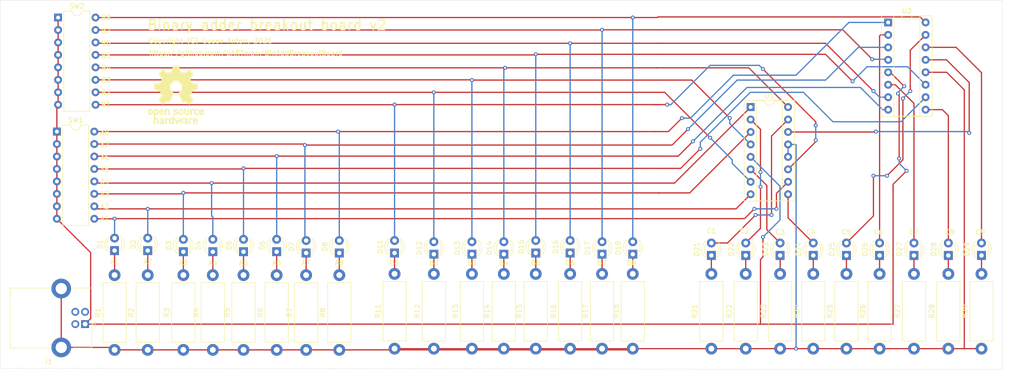
<source format=kicad_pcb>
(kicad_pcb (version 20171130) (host pcbnew "(5.1.9)-1")
  (layers (0 F.Cu signal) (31 B.Cu signal) (34 B.Paste user) (35 F.Paste user) (36 B.SilkS user) (37 F.SilkS user) (38 B.Mask user) (39 F.Mask user) (44 Edge.Cuts user))
  (net 0 "")
  (net 1 A1)
  (net 2 "Net-(D1-Pad1)")
  (net 3 A2)
  (net 4 "Net-(D2-Pad1)")
  (net 5 A3)
  (net 6 "Net-(D3-Pad1)")
  (net 7 A4)
  (net 8 "Net-(D4-Pad1)")
  (net 9 A5)
  (net 10 "Net-(D5-Pad1)")
  (net 11 A6)
  (net 12 "Net-(D6-Pad1)")
  (net 13 A7)
  (net 14 "Net-(D7-Pad1)")
  (net 15 A8)
  (net 16 "Net-(D8-Pad1)")
  (net 17 "Net-(D11-Pad1)")
  (net 18 B1)
  (net 19 "Net-(D12-Pad1)")
  (net 20 B2)
  (net 21 B3)
  (net 22 "Net-(D13-Pad1)")
  (net 23 B4)
  (net 24 "Net-(D14-Pad1)")
  (net 25 B5)
  (net 26 "Net-(D15-Pad1)")
  (net 27 "Net-(D16-Pad1)")
  (net 28 B6)
  (net 29 "Net-(D17-Pad1)")
  (net 30 B7)
  (net 31 "Net-(D18-Pad1)")
  (net 32 B8)
  (net 33 "Net-(D21-Pad1)")
  (net 34 C1)
  (net 35 "Net-(D22-Pad1)")
  (net 36 C2)
  (net 37 "Net-(D23-Pad1)")
  (net 38 C3)
  (net 39 "Net-(D24-Pad1)")
  (net 40 C4)
  (net 41 "Net-(D25-Pad1)")
  (net 42 C5)
  (net 43 "Net-(D26-Pad1)")
  (net 44 C6)
  (net 45 "Net-(D27-Pad1)")
  (net 46 C7)
  (net 47 "Net-(D28-Pad1)")
  (net 48 C8)
  (net 49 C9)
  (net 50 "Net-(D29-Pad1)")
  (net 51 +5V)
  (net 52 GND)
  (net 53 Carry)
  (module Symbol:OSHW-Logo_11.4x12mm_SilkScreen (layer F.Cu) (at 66.75 136.5)
    (fp_text reference REF** hide)
    (fp_text value OSHW-Logo_11.4x12mm_SilkScreen hide)
  )
  (module LED_THT:LED_D3.0mm (layer F.Cu) (at 54.25 168.25 90)
    (fp_text reference D1 (at 1.27 -2.96 90) (layer F.SilkS))
    (fp_text value LED)
    (pad 1 thru_hole rect (at 0 0 90) (size 1.8 1.8) (drill 0.9) (layers *.Cu *.Mask) (net 2 "Net-(D1-Pad1)"))
    (pad 2 thru_hole circle (at 2.54 0 90) (size 1.8 1.8) (drill 0.9) (layers *.Cu *.Mask) (net 1 A1))
  )
  (module LED_THT:LED_D3.0mm (layer F.Cu) (at 61 168.25 90)
    (fp_text reference D2 (at 1.27 -2.96 90) (layer F.SilkS))
    (fp_text value LED)
    (pad 1 thru_hole rect (at 0 0 90) (size 1.8 1.8) (drill 0.9) (layers *.Cu *.Mask) (net 4 "Net-(D2-Pad1)"))
    (pad 2 thru_hole circle (at 2.54 0 90) (size 1.8 1.8) (drill 0.9) (layers *.Cu *.Mask) (net 3 A2))
  )
  (module LED_THT:LED_D3.0mm (layer F.Cu) (at 68.25 168.5 90)
    (fp_text reference D3 (at 1.27 -2.96 90) (layer F.SilkS))
    (fp_text value LED)
    (pad 1 thru_hole rect (at 0 0 90) (size 1.8 1.8) (drill 0.9) (layers *.Cu *.Mask) (net 6 "Net-(D3-Pad1)"))
    (pad 2 thru_hole circle (at 2.54 0 90) (size 1.8 1.8) (drill 0.9) (layers *.Cu *.Mask) (net 5 A3))
  )
  (module LED_THT:LED_D3.0mm (layer F.Cu) (at 74.25 168.5 90)
    (fp_text reference D4 (at 1.27 -2.96 90) (layer F.SilkS))
    (fp_text value LED)
    (pad 1 thru_hole rect (at 0 0 90) (size 1.8 1.8) (drill 0.9) (layers *.Cu *.Mask) (net 8 "Net-(D4-Pad1)"))
    (pad 2 thru_hole circle (at 2.54 0 90) (size 1.8 1.8) (drill 0.9) (layers *.Cu *.Mask) (net 7 A4))
  )
  (module LED_THT:LED_D3.0mm (layer F.Cu) (at 80.5 168.5 90)
    (fp_text reference D5 (at 1.27 -2.96 90) (layer F.SilkS))
    (fp_text value LED)
    (pad 1 thru_hole rect (at 0 0 90) (size 1.8 1.8) (drill 0.9) (layers *.Cu *.Mask) (net 10 "Net-(D5-Pad1)"))
    (pad 2 thru_hole circle (at 2.54 0 90) (size 1.8 1.8) (drill 0.9) (layers *.Cu *.Mask) (net 9 A5))
  )
  (module LED_THT:LED_D3.0mm (layer F.Cu) (at 87.25 168.5 90)
    (fp_text reference D6 (at 1.27 -2.96 90) (layer F.SilkS))
    (fp_text value LED)
    (pad 1 thru_hole rect (at 0 0 90) (size 1.8 1.8) (drill 0.9) (layers *.Cu *.Mask) (net 12 "Net-(D6-Pad1)"))
    (pad 2 thru_hole circle (at 2.54 0 90) (size 1.8 1.8) (drill 0.9) (layers *.Cu *.Mask) (net 11 A6))
  )
  (module LED_THT:LED_D3.0mm (layer F.Cu) (at 93.25 168.75 90)
    (fp_text reference D7 (at 1.27 -2.96 90) (layer F.SilkS))
    (fp_text value LED)
    (pad 1 thru_hole rect (at 0 0 90) (size 1.8 1.8) (drill 0.9) (layers *.Cu *.Mask) (net 14 "Net-(D7-Pad1)"))
    (pad 2 thru_hole circle (at 2.54 0 90) (size 1.8 1.8) (drill 0.9) (layers *.Cu *.Mask) (net 13 A7))
  )
  (module LED_THT:LED_D3.0mm (layer F.Cu) (at 100 168.75 90)
    (fp_text reference D8 (at 1.27 -2.96 90) (layer F.SilkS))
    (fp_text value LED)
    (pad 1 thru_hole rect (at 0 0 90) (size 1.8 1.8) (drill 0.9) (layers *.Cu *.Mask) (net 16 "Net-(D8-Pad1)"))
    (pad 2 thru_hole circle (at 2.54 0 90) (size 1.8 1.8) (drill 0.9) (layers *.Cu *.Mask) (net 15 A8))
  )
  (module LED_THT:LED_D3.0mm (layer F.Cu) (at 111.25 168.75 90)
    (fp_text reference D11 (at 1.27 -2.96 90) (layer F.SilkS))
    (fp_text value LED)
    (pad 1 thru_hole rect (at 0 0 90) (size 1.8 1.8) (drill 0.9) (layers *.Cu *.Mask) (net 17 "Net-(D11-Pad1)"))
    (pad 2 thru_hole circle (at 2.54 0 90) (size 1.8 1.8) (drill 0.9) (layers *.Cu *.Mask) (net 18 B1))
  )
  (module LED_THT:LED_D3.0mm (layer F.Cu) (at 119.25 169 90)
    (fp_text reference D12 (at 1.27 -2.96 90) (layer F.SilkS))
    (fp_text value LED)
    (pad 1 thru_hole rect (at 0 0 90) (size 1.8 1.8) (drill 0.9) (layers *.Cu *.Mask) (net 19 "Net-(D12-Pad1)"))
    (pad 2 thru_hole circle (at 2.54 0 90) (size 1.8 1.8) (drill 0.9) (layers *.Cu *.Mask) (net 20 B2))
  )
  (module LED_THT:LED_D3.0mm (layer F.Cu) (at 127 169 90)
    (fp_text reference D13 (at 1.27 -2.96 90) (layer F.SilkS))
    (fp_text value LED)
    (pad 2 thru_hole circle (at 2.54 0 90) (size 1.8 1.8) (drill 0.9) (layers *.Cu *.Mask) (net 21 B3))
    (pad 1 thru_hole rect (at 0 0 90) (size 1.8 1.8) (drill 0.9) (layers *.Cu *.Mask) (net 22 "Net-(D13-Pad1)"))
  )
  (module LED_THT:LED_D3.0mm (layer F.Cu) (at 133.5 169 90)
    (fp_text reference D14 (at 1.27 -2.96 90) (layer F.SilkS))
    (fp_text value LED)
    (pad 2 thru_hole circle (at 2.54 0 90) (size 1.8 1.8) (drill 0.9) (layers *.Cu *.Mask) (net 23 B4))
    (pad 1 thru_hole rect (at 0 0 90) (size 1.8 1.8) (drill 0.9) (layers *.Cu *.Mask) (net 24 "Net-(D14-Pad1)"))
  )
  (module LED_THT:LED_D3.0mm (layer F.Cu) (at 140 168.75 90)
    (fp_text reference D15 (at 1.27 -2.96 90) (layer F.SilkS))
    (fp_text value LED)
    (pad 2 thru_hole circle (at 2.54 0 90) (size 1.8 1.8) (drill 0.9) (layers *.Cu *.Mask) (net 25 B5))
    (pad 1 thru_hole rect (at 0 0 90) (size 1.8 1.8) (drill 0.9) (layers *.Cu *.Mask) (net 26 "Net-(D15-Pad1)"))
  )
  (module LED_THT:LED_D3.0mm (layer F.Cu) (at 147 168.75 90)
    (fp_text reference D16 (at 1.27 -2.96 90) (layer F.SilkS))
    (fp_text value LED)
    (pad 1 thru_hole rect (at 0 0 90) (size 1.8 1.8) (drill 0.9) (layers *.Cu *.Mask) (net 27 "Net-(D16-Pad1)"))
    (pad 2 thru_hole circle (at 2.54 0 90) (size 1.8 1.8) (drill 0.9) (layers *.Cu *.Mask) (net 28 B6))
  )
  (module LED_THT:LED_D3.0mm (layer F.Cu) (at 153.5 169 90)
    (fp_text reference D17 (at 1.27 -2.96 90) (layer F.SilkS))
    (fp_text value LED)
    (pad 1 thru_hole rect (at 0 0 90) (size 1.8 1.8) (drill 0.9) (layers *.Cu *.Mask) (net 29 "Net-(D17-Pad1)"))
    (pad 2 thru_hole circle (at 2.54 0 90) (size 1.8 1.8) (drill 0.9) (layers *.Cu *.Mask) (net 30 B7))
  )
  (module LED_THT:LED_D3.0mm (layer F.Cu) (at 159.75 169 90)
    (fp_text reference D18 (at 1.27 -2.96 90) (layer F.SilkS))
    (fp_text value LED)
    (pad 1 thru_hole rect (at 0 0 90) (size 1.8 1.8) (drill 0.9) (layers *.Cu *.Mask) (net 31 "Net-(D18-Pad1)"))
    (pad 2 thru_hole circle (at 2.54 0 90) (size 1.8 1.8) (drill 0.9) (layers *.Cu *.Mask) (net 32 B8))
  )
  (module LED_THT:LED_D3.0mm (layer F.Cu) (at 175.75 169.25 90)
    (fp_text reference D21 (at 1.27 -2.96 90) (layer F.SilkS))
    (fp_text value LED)
    (pad 1 thru_hole rect (at 0 0 90) (size 1.8 1.8) (drill 0.9) (layers *.Cu *.Mask) (net 33 "Net-(D21-Pad1)"))
    (pad 2 thru_hole circle (at 2.54 0 90) (size 1.8 1.8) (drill 0.9) (layers *.Cu *.Mask) (net 34 C1))
  )
  (module LED_THT:LED_D3.0mm (layer F.Cu) (at 182.75 169.25 90)
    (fp_text reference D22 (at 1.27 -2.96 90) (layer F.SilkS))
    (fp_text value LED)
    (pad 1 thru_hole rect (at 0 0 90) (size 1.8 1.8) (drill 0.9) (layers *.Cu *.Mask) (net 35 "Net-(D22-Pad1)"))
    (pad 2 thru_hole circle (at 2.54 0 90) (size 1.8 1.8) (drill 0.9) (layers *.Cu *.Mask) (net 36 C2))
  )
  (module LED_THT:LED_D3.0mm (layer F.Cu) (at 189.75 169.25 90)
    (fp_text reference D23 (at 1.27 -2.96 90) (layer F.SilkS))
    (fp_text value LED)
    (pad 1 thru_hole rect (at 0 0 90) (size 1.8 1.8) (drill 0.9) (layers *.Cu *.Mask) (net 37 "Net-(D23-Pad1)"))
    (pad 2 thru_hole circle (at 2.54 0 90) (size 1.8 1.8) (drill 0.9) (layers *.Cu *.Mask) (net 38 C3))
  )
  (module LED_THT:LED_D3.0mm (layer F.Cu) (at 196.5 169.25 90)
    (fp_text reference D24 (at 1.27 -2.96 90) (layer F.SilkS))
    (fp_text value LED)
    (pad 1 thru_hole rect (at 0 0 90) (size 1.8 1.8) (drill 0.9) (layers *.Cu *.Mask) (net 39 "Net-(D24-Pad1)"))
    (pad 2 thru_hole circle (at 2.54 0 90) (size 1.8 1.8) (drill 0.9) (layers *.Cu *.Mask) (net 40 C4))
  )
  (module LED_THT:LED_D3.0mm (layer F.Cu) (at 203.25 169.25 90)
    (fp_text reference D25 (at 1.27 -2.96 90) (layer F.SilkS))
    (fp_text value LED)
    (pad 1 thru_hole rect (at 0 0 90) (size 1.8 1.8) (drill 0.9) (layers *.Cu *.Mask) (net 41 "Net-(D25-Pad1)"))
    (pad 2 thru_hole circle (at 2.54 0 90) (size 1.8 1.8) (drill 0.9) (layers *.Cu *.Mask) (net 42 C5))
  )
  (module LED_THT:LED_D3.0mm (layer F.Cu) (at 210 169.25 90)
    (fp_text reference D26 (at 1.27 -2.96 90) (layer F.SilkS))
    (fp_text value LED)
    (pad 1 thru_hole rect (at 0 0 90) (size 1.8 1.8) (drill 0.9) (layers *.Cu *.Mask) (net 43 "Net-(D26-Pad1)"))
    (pad 2 thru_hole circle (at 2.54 0 90) (size 1.8 1.8) (drill 0.9) (layers *.Cu *.Mask) (net 44 C6))
  )
  (module LED_THT:LED_D3.0mm (layer F.Cu) (at 217 169.25 90)
    (fp_text reference D27 (at 1.27 -2.96 90) (layer F.SilkS))
    (fp_text value LED)
    (pad 1 thru_hole rect (at 0 0 90) (size 1.8 1.8) (drill 0.9) (layers *.Cu *.Mask) (net 45 "Net-(D27-Pad1)"))
    (pad 2 thru_hole circle (at 2.54 0 90) (size 1.8 1.8) (drill 0.9) (layers *.Cu *.Mask) (net 46 C7))
  )
  (module LED_THT:LED_D3.0mm (layer F.Cu) (at 224 169.25 90)
    (fp_text reference D28 (at 1.27 -2.96 90) (layer F.SilkS))
    (fp_text value LED)
    (pad 1 thru_hole rect (at 0 0 90) (size 1.8 1.8) (drill 0.9) (layers *.Cu *.Mask) (net 47 "Net-(D28-Pad1)"))
    (pad 2 thru_hole circle (at 2.54 0 90) (size 1.8 1.8) (drill 0.9) (layers *.Cu *.Mask) (net 48 C8))
  )
  (module LED_THT:LED_D3.0mm (layer F.Cu) (at 230.75 169.25 90)
    (fp_text reference D29 (at 1.27 -2.96 90) (layer F.SilkS))
    (fp_text value LED)
    (pad 2 thru_hole circle (at 2.54 0 90) (size 1.8 1.8) (drill 0.9) (layers *.Cu *.Mask) (net 49 C9))
    (pad 1 thru_hole rect (at 0 0 90) (size 1.8 1.8) (drill 0.9) (layers *.Cu *.Mask) (net 50 "Net-(D29-Pad1)"))
  )
  (module Connector_USB:USB_B_Lumberg_2411_02_Horizontal (layer F.Cu) (at 48.25 183.25 180)
    (fp_text reference J1 (at 7.5 -7.65) (layer F.SilkS))
    (fp_text value USB_B_Micro)
    (pad 1 thru_hole rect (at 0 0 270) (size 1.6 1.6) (drill 0.95) (layers *.Cu *.Mask) (net 51 +5V))
    (pad 2 thru_hole circle (at 0 2.5 270) (size 1.6 1.6) (drill 0.95) (layers *.Cu *.Mask))
    (pad 3 thru_hole circle (at 2 2.5 270) (size 1.6 1.6) (drill 0.95) (layers *.Cu *.Mask))
    (pad 4 thru_hole circle (at 2 0 270) (size 1.6 1.6) (drill 0.95) (layers *.Cu *.Mask))
    (pad 5 thru_hole circle (at 4.86 7.25 270) (size 4 4) (drill 2.3) (layers *.Cu *.Mask) (net 52 GND))
    (pad 5 thru_hole circle (at 4.86 -4.75 270) (size 4 4) (drill 2.3) (layers *.Cu *.Mask) (net 52 GND))
  )
  (module Resistor_THT:R_Axial_DIN0414_L11.9mm_D4.5mm_P15.24mm_Horizontal (layer F.Cu) (at 54.25 188.5 90)
    (fp_text reference R1 (at 7.62 -3.37 90) (layer F.SilkS))
    (fp_text value 1K)
    (pad 1 thru_hole circle (at 0 0 90) (size 2.4 2.4) (drill 1.2) (layers *.Cu *.Mask) (net 52 GND))
    (pad 2 thru_hole oval (at 15.24 0 90) (size 2.4 2.4) (drill 1.2) (layers *.Cu *.Mask) (net 2 "Net-(D1-Pad1)"))
  )
  (module Resistor_THT:R_Axial_DIN0414_L11.9mm_D4.5mm_P15.24mm_Horizontal (layer F.Cu) (at 61 188.5 90)
    (fp_text reference R2 (at 7.62 -3.37 90) (layer F.SilkS))
    (fp_text value 1K)
    (pad 1 thru_hole circle (at 0 0 90) (size 2.4 2.4) (drill 1.2) (layers *.Cu *.Mask) (net 52 GND))
    (pad 2 thru_hole oval (at 15.24 0 90) (size 2.4 2.4) (drill 1.2) (layers *.Cu *.Mask) (net 4 "Net-(D2-Pad1)"))
  )
  (module Resistor_THT:R_Axial_DIN0414_L11.9mm_D4.5mm_P15.24mm_Horizontal (layer F.Cu) (at 68.25 188.5 90)
    (fp_text reference R3 (at 7.62 -3.37 90) (layer F.SilkS))
    (fp_text value 1K)
    (pad 2 thru_hole oval (at 15.24 0 90) (size 2.4 2.4) (drill 1.2) (layers *.Cu *.Mask) (net 6 "Net-(D3-Pad1)"))
    (pad 1 thru_hole circle (at 0 0 90) (size 2.4 2.4) (drill 1.2) (layers *.Cu *.Mask) (net 52 GND))
  )
  (module Resistor_THT:R_Axial_DIN0414_L11.9mm_D4.5mm_P15.24mm_Horizontal (layer F.Cu) (at 74.25 188.5 90)
    (fp_text reference R4 (at 7.62 -3.37 90) (layer F.SilkS))
    (fp_text value 1K)
    (pad 2 thru_hole oval (at 15.24 0 90) (size 2.4 2.4) (drill 1.2) (layers *.Cu *.Mask) (net 8 "Net-(D4-Pad1)"))
    (pad 1 thru_hole circle (at 0 0 90) (size 2.4 2.4) (drill 1.2) (layers *.Cu *.Mask) (net 52 GND))
  )
  (module Resistor_THT:R_Axial_DIN0414_L11.9mm_D4.5mm_P15.24mm_Horizontal (layer F.Cu) (at 80.5 188.5 90)
    (fp_text reference R5 (at 7.62 -3.37 90) (layer F.SilkS))
    (fp_text value 1K)
    (pad 2 thru_hole oval (at 15.24 0 90) (size 2.4 2.4) (drill 1.2) (layers *.Cu *.Mask) (net 10 "Net-(D5-Pad1)"))
    (pad 1 thru_hole circle (at 0 0 90) (size 2.4 2.4) (drill 1.2) (layers *.Cu *.Mask) (net 52 GND))
  )
  (module Resistor_THT:R_Axial_DIN0414_L11.9mm_D4.5mm_P15.24mm_Horizontal (layer F.Cu) (at 87.25 188.5 90)
    (fp_text reference R6 (at 7.62 -3.37 90) (layer F.SilkS))
    (fp_text value 1K)
    (pad 2 thru_hole oval (at 15.24 0 90) (size 2.4 2.4) (drill 1.2) (layers *.Cu *.Mask) (net 12 "Net-(D6-Pad1)"))
    (pad 1 thru_hole circle (at 0 0 90) (size 2.4 2.4) (drill 1.2) (layers *.Cu *.Mask) (net 52 GND))
  )
  (module Resistor_THT:R_Axial_DIN0414_L11.9mm_D4.5mm_P15.24mm_Horizontal (layer F.Cu) (at 93.25 188.5 90)
    (fp_text reference R7 (at 7.62 -3.37 90) (layer F.SilkS))
    (fp_text value 1K)
    (pad 1 thru_hole circle (at 0 0 90) (size 2.4 2.4) (drill 1.2) (layers *.Cu *.Mask) (net 52 GND))
    (pad 2 thru_hole oval (at 15.24 0 90) (size 2.4 2.4) (drill 1.2) (layers *.Cu *.Mask) (net 14 "Net-(D7-Pad1)"))
  )
  (module Resistor_THT:R_Axial_DIN0414_L11.9mm_D4.5mm_P15.24mm_Horizontal (layer F.Cu) (at 100 188.5 90)
    (fp_text reference R8 (at 7.62 -3.37 90) (layer F.SilkS))
    (fp_text value 1K)
    (pad 1 thru_hole circle (at 0 0 90) (size 2.4 2.4) (drill 1.2) (layers *.Cu *.Mask) (net 52 GND))
    (pad 2 thru_hole oval (at 15.24 0 90) (size 2.4 2.4) (drill 1.2) (layers *.Cu *.Mask) (net 16 "Net-(D8-Pad1)"))
  )
  (module Resistor_THT:R_Axial_DIN0414_L11.9mm_D4.5mm_P15.24mm_Horizontal (layer F.Cu) (at 111.25 188.25 90)
    (fp_text reference R11 (at 7.62 -3.37 90) (layer F.SilkS))
    (fp_text value 1K)
    (pad 2 thru_hole oval (at 15.24 0 90) (size 2.4 2.4) (drill 1.2) (layers *.Cu *.Mask) (net 17 "Net-(D11-Pad1)"))
    (pad 1 thru_hole circle (at 0 0 90) (size 2.4 2.4) (drill 1.2) (layers *.Cu *.Mask) (net 52 GND))
  )
  (module Resistor_THT:R_Axial_DIN0414_L11.9mm_D4.5mm_P15.24mm_Horizontal (layer F.Cu) (at 119.25 188.25 90)
    (fp_text reference R12 (at 7.62 -3.37 90) (layer F.SilkS))
    (fp_text value 1K)
    (pad 2 thru_hole oval (at 15.24 0 90) (size 2.4 2.4) (drill 1.2) (layers *.Cu *.Mask) (net 19 "Net-(D12-Pad1)"))
    (pad 1 thru_hole circle (at 0 0 90) (size 2.4 2.4) (drill 1.2) (layers *.Cu *.Mask) (net 52 GND))
  )
  (module Resistor_THT:R_Axial_DIN0414_L11.9mm_D4.5mm_P15.24mm_Horizontal (layer F.Cu) (at 127 188.25 90)
    (fp_text reference R13 (at 7.62 -3.37 90) (layer F.SilkS))
    (fp_text value 1K)
    (pad 1 thru_hole circle (at 0 0 90) (size 2.4 2.4) (drill 1.2) (layers *.Cu *.Mask) (net 52 GND))
    (pad 2 thru_hole oval (at 15.24 0 90) (size 2.4 2.4) (drill 1.2) (layers *.Cu *.Mask) (net 22 "Net-(D13-Pad1)"))
  )
  (module Resistor_THT:R_Axial_DIN0414_L11.9mm_D4.5mm_P15.24mm_Horizontal (layer F.Cu) (at 133.5 188.25 90)
    (fp_text reference R14 (at 7.62 -3.37 90) (layer F.SilkS))
    (fp_text value 1K)
    (pad 1 thru_hole circle (at 0 0 90) (size 2.4 2.4) (drill 1.2) (layers *.Cu *.Mask) (net 52 GND))
    (pad 2 thru_hole oval (at 15.24 0 90) (size 2.4 2.4) (drill 1.2) (layers *.Cu *.Mask) (net 24 "Net-(D14-Pad1)"))
  )
  (module Resistor_THT:R_Axial_DIN0414_L11.9mm_D4.5mm_P15.24mm_Horizontal (layer F.Cu) (at 140 188.25 90)
    (fp_text reference R15 (at 7.62 -3.37 90) (layer F.SilkS))
    (fp_text value 1K)
    (pad 1 thru_hole circle (at 0 0 90) (size 2.4 2.4) (drill 1.2) (layers *.Cu *.Mask) (net 52 GND))
    (pad 2 thru_hole oval (at 15.24 0 90) (size 2.4 2.4) (drill 1.2) (layers *.Cu *.Mask) (net 26 "Net-(D15-Pad1)"))
  )
  (module Resistor_THT:R_Axial_DIN0414_L11.9mm_D4.5mm_P15.24mm_Horizontal (layer F.Cu) (at 147 188.25 90)
    (fp_text reference R16 (at 7.62 -3.37 90) (layer F.SilkS))
    (fp_text value 1K)
    (pad 2 thru_hole oval (at 15.24 0 90) (size 2.4 2.4) (drill 1.2) (layers *.Cu *.Mask) (net 27 "Net-(D16-Pad1)"))
    (pad 1 thru_hole circle (at 0 0 90) (size 2.4 2.4) (drill 1.2) (layers *.Cu *.Mask) (net 52 GND))
  )
  (module Resistor_THT:R_Axial_DIN0414_L11.9mm_D4.5mm_P15.24mm_Horizontal (layer F.Cu) (at 153.5 188.25 90)
    (fp_text reference R17 (at 7.62 -3.37 90) (layer F.SilkS))
    (fp_text value 1K)
    (pad 2 thru_hole oval (at 15.24 0 90) (size 2.4 2.4) (drill 1.2) (layers *.Cu *.Mask) (net 29 "Net-(D17-Pad1)"))
    (pad 1 thru_hole circle (at 0 0 90) (size 2.4 2.4) (drill 1.2) (layers *.Cu *.Mask) (net 52 GND))
  )
  (module Resistor_THT:R_Axial_DIN0414_L11.9mm_D4.5mm_P15.24mm_Horizontal (layer F.Cu) (at 159.75 188.25 90)
    (fp_text reference R18 (at 7.62 -3.37 90) (layer F.SilkS))
    (fp_text value 1K)
    (pad 2 thru_hole oval (at 15.24 0 90) (size 2.4 2.4) (drill 1.2) (layers *.Cu *.Mask) (net 31 "Net-(D18-Pad1)"))
    (pad 1 thru_hole circle (at 0 0 90) (size 2.4 2.4) (drill 1.2) (layers *.Cu *.Mask) (net 52 GND))
  )
  (module Resistor_THT:R_Axial_DIN0414_L11.9mm_D4.5mm_P15.24mm_Horizontal (layer F.Cu) (at 175.75 188.25 90)
    (fp_text reference R21 (at 7.62 -3.37 90) (layer F.SilkS))
    (fp_text value 1K)
    (pad 2 thru_hole oval (at 15.24 0 90) (size 2.4 2.4) (drill 1.2) (layers *.Cu *.Mask) (net 33 "Net-(D21-Pad1)"))
    (pad 1 thru_hole circle (at 0 0 90) (size 2.4 2.4) (drill 1.2) (layers *.Cu *.Mask) (net 52 GND))
  )
  (module Resistor_THT:R_Axial_DIN0414_L11.9mm_D4.5mm_P15.24mm_Horizontal (layer F.Cu) (at 182.75 188.25 90)
    (fp_text reference R22 (at 7.62 -3.37 90) (layer F.SilkS))
    (fp_text value 1K)
    (pad 1 thru_hole circle (at 0 0 90) (size 2.4 2.4) (drill 1.2) (layers *.Cu *.Mask) (net 52 GND))
    (pad 2 thru_hole oval (at 15.24 0 90) (size 2.4 2.4) (drill 1.2) (layers *.Cu *.Mask) (net 35 "Net-(D22-Pad1)"))
  )
  (module Resistor_THT:R_Axial_DIN0414_L11.9mm_D4.5mm_P15.24mm_Horizontal (layer F.Cu) (at 189.75 188.25 90)
    (fp_text reference R23 (at 7.62 -3.37 90) (layer F.SilkS))
    (fp_text value 1K)
    (pad 2 thru_hole oval (at 15.24 0 90) (size 2.4 2.4) (drill 1.2) (layers *.Cu *.Mask) (net 37 "Net-(D23-Pad1)"))
    (pad 1 thru_hole circle (at 0 0 90) (size 2.4 2.4) (drill 1.2) (layers *.Cu *.Mask) (net 52 GND))
  )
  (module Resistor_THT:R_Axial_DIN0414_L11.9mm_D4.5mm_P15.24mm_Horizontal (layer F.Cu) (at 196.5 188.25 90)
    (fp_text reference R24 (at 7.62 -3.37 90) (layer F.SilkS))
    (fp_text value 1K)
    (pad 2 thru_hole oval (at 15.24 0 90) (size 2.4 2.4) (drill 1.2) (layers *.Cu *.Mask) (net 39 "Net-(D24-Pad1)"))
    (pad 1 thru_hole circle (at 0 0 90) (size 2.4 2.4) (drill 1.2) (layers *.Cu *.Mask) (net 52 GND))
  )
  (module Resistor_THT:R_Axial_DIN0414_L11.9mm_D4.5mm_P15.24mm_Horizontal (layer F.Cu) (at 203.25 188.25 90)
    (fp_text reference R25 (at 7.62 -3.37 90) (layer F.SilkS))
    (fp_text value 1K)
    (pad 1 thru_hole circle (at 0 0 90) (size 2.4 2.4) (drill 1.2) (layers *.Cu *.Mask) (net 52 GND))
    (pad 2 thru_hole oval (at 15.24 0 90) (size 2.4 2.4) (drill 1.2) (layers *.Cu *.Mask) (net 41 "Net-(D25-Pad1)"))
  )
  (module Resistor_THT:R_Axial_DIN0414_L11.9mm_D4.5mm_P15.24mm_Horizontal (layer F.Cu) (at 210 188.25 90)
    (fp_text reference R26 (at 7.62 -3.37 90) (layer F.SilkS))
    (fp_text value 1K)
    (pad 1 thru_hole circle (at 0 0 90) (size 2.4 2.4) (drill 1.2) (layers *.Cu *.Mask) (net 52 GND))
    (pad 2 thru_hole oval (at 15.24 0 90) (size 2.4 2.4) (drill 1.2) (layers *.Cu *.Mask) (net 43 "Net-(D26-Pad1)"))
  )
  (module Resistor_THT:R_Axial_DIN0414_L11.9mm_D4.5mm_P15.24mm_Horizontal (layer F.Cu) (at 217 188.25 90)
    (fp_text reference R27 (at 7.62 -3.37 90) (layer F.SilkS))
    (fp_text value 1K)
    (pad 1 thru_hole circle (at 0 0 90) (size 2.4 2.4) (drill 1.2) (layers *.Cu *.Mask) (net 52 GND))
    (pad 2 thru_hole oval (at 15.24 0 90) (size 2.4 2.4) (drill 1.2) (layers *.Cu *.Mask) (net 45 "Net-(D27-Pad1)"))
  )
  (module Resistor_THT:R_Axial_DIN0414_L11.9mm_D4.5mm_P15.24mm_Horizontal (layer F.Cu) (at 224 188.25 90)
    (fp_text reference R28 (at 7.62 -3.37 90) (layer F.SilkS))
    (fp_text value 1K)
    (pad 1 thru_hole circle (at 0 0 90) (size 2.4 2.4) (drill 1.2) (layers *.Cu *.Mask) (net 52 GND))
    (pad 2 thru_hole oval (at 15.24 0 90) (size 2.4 2.4) (drill 1.2) (layers *.Cu *.Mask) (net 47 "Net-(D28-Pad1)"))
  )
  (module Resistor_THT:R_Axial_DIN0414_L11.9mm_D4.5mm_P15.24mm_Horizontal (layer F.Cu) (at 230.75 188.25 90)
    (fp_text reference R29 (at 7.62 -3.37 90) (layer F.SilkS))
    (fp_text value 1K)
    (pad 1 thru_hole circle (at 0 0 90) (size 2.4 2.4) (drill 1.2) (layers *.Cu *.Mask) (net 52 GND))
    (pad 2 thru_hole oval (at 15.24 0 90) (size 2.4 2.4) (drill 1.2) (layers *.Cu *.Mask) (net 50 "Net-(D29-Pad1)"))
  )
  (module Package_DIP:DIP-16_W7.62mm (layer F.Cu) (at 42.5 144)
    (fp_text reference SW1 (at 3.81 -2.33) (layer F.SilkS))
    (fp_text value SW_DIP_x08)
    (pad 1 thru_hole rect (at 0 0) (size 1.6 1.6) (drill 0.8) (layers *.Cu *.Mask) (net 51 +5V))
    (pad 9 thru_hole oval (at 7.62 17.78) (size 1.6 1.6) (drill 0.8) (layers *.Cu *.Mask) (net 1 A1))
    (pad 2 thru_hole oval (at 0 2.54) (size 1.6 1.6) (drill 0.8) (layers *.Cu *.Mask) (net 51 +5V))
    (pad 10 thru_hole oval (at 7.62 15.24) (size 1.6 1.6) (drill 0.8) (layers *.Cu *.Mask) (net 3 A2))
    (pad 3 thru_hole oval (at 0 5.08) (size 1.6 1.6) (drill 0.8) (layers *.Cu *.Mask) (net 51 +5V))
    (pad 11 thru_hole oval (at 7.62 12.7) (size 1.6 1.6) (drill 0.8) (layers *.Cu *.Mask) (net 5 A3))
    (pad 4 thru_hole oval (at 0 7.62) (size 1.6 1.6) (drill 0.8) (layers *.Cu *.Mask) (net 51 +5V))
    (pad 12 thru_hole oval (at 7.62 10.16) (size 1.6 1.6) (drill 0.8) (layers *.Cu *.Mask) (net 7 A4))
    (pad 5 thru_hole oval (at 0 10.16) (size 1.6 1.6) (drill 0.8) (layers *.Cu *.Mask) (net 51 +5V))
    (pad 13 thru_hole oval (at 7.62 7.62) (size 1.6 1.6) (drill 0.8) (layers *.Cu *.Mask) (net 9 A5))
    (pad 6 thru_hole oval (at 0 12.7) (size 1.6 1.6) (drill 0.8) (layers *.Cu *.Mask) (net 51 +5V))
    (pad 14 thru_hole oval (at 7.62 5.08) (size 1.6 1.6) (drill 0.8) (layers *.Cu *.Mask) (net 11 A6))
    (pad 7 thru_hole oval (at 0 15.24) (size 1.6 1.6) (drill 0.8) (layers *.Cu *.Mask) (net 51 +5V))
    (pad 15 thru_hole oval (at 7.62 2.54) (size 1.6 1.6) (drill 0.8) (layers *.Cu *.Mask) (net 13 A7))
    (pad 8 thru_hole oval (at 0 17.78) (size 1.6 1.6) (drill 0.8) (layers *.Cu *.Mask) (net 51 +5V))
    (pad 16 thru_hole oval (at 7.62 0) (size 1.6 1.6) (drill 0.8) (layers *.Cu *.Mask) (net 15 A8))
  )
  (module Package_DIP:DIP-16_W7.62mm (layer F.Cu) (at 42.75 120.75)
    (fp_text reference SW2 (at 3.81 -2.33) (layer F.SilkS))
    (fp_text value SW_DIP_x08)
    (pad 16 thru_hole oval (at 7.62 0) (size 1.6 1.6) (drill 0.8) (layers *.Cu *.Mask) (net 32 B8))
    (pad 8 thru_hole oval (at 0 17.78) (size 1.6 1.6) (drill 0.8) (layers *.Cu *.Mask) (net 51 +5V))
    (pad 15 thru_hole oval (at 7.62 2.54) (size 1.6 1.6) (drill 0.8) (layers *.Cu *.Mask) (net 30 B7))
    (pad 7 thru_hole oval (at 0 15.24) (size 1.6 1.6) (drill 0.8) (layers *.Cu *.Mask) (net 51 +5V))
    (pad 14 thru_hole oval (at 7.62 5.08) (size 1.6 1.6) (drill 0.8) (layers *.Cu *.Mask) (net 28 B6))
    (pad 6 thru_hole oval (at 0 12.7) (size 1.6 1.6) (drill 0.8) (layers *.Cu *.Mask) (net 51 +5V))
    (pad 13 thru_hole oval (at 7.62 7.62) (size 1.6 1.6) (drill 0.8) (layers *.Cu *.Mask) (net 25 B5))
    (pad 5 thru_hole oval (at 0 10.16) (size 1.6 1.6) (drill 0.8) (layers *.Cu *.Mask) (net 51 +5V))
    (pad 12 thru_hole oval (at 7.62 10.16) (size 1.6 1.6) (drill 0.8) (layers *.Cu *.Mask) (net 23 B4))
    (pad 4 thru_hole oval (at 0 7.62) (size 1.6 1.6) (drill 0.8) (layers *.Cu *.Mask) (net 51 +5V))
    (pad 11 thru_hole oval (at 7.62 12.7) (size 1.6 1.6) (drill 0.8) (layers *.Cu *.Mask) (net 21 B3))
    (pad 3 thru_hole oval (at 0 5.08) (size 1.6 1.6) (drill 0.8) (layers *.Cu *.Mask) (net 51 +5V))
    (pad 10 thru_hole oval (at 7.62 15.24) (size 1.6 1.6) (drill 0.8) (layers *.Cu *.Mask) (net 20 B2))
    (pad 2 thru_hole oval (at 0 2.54) (size 1.6 1.6) (drill 0.8) (layers *.Cu *.Mask) (net 51 +5V))
    (pad 9 thru_hole oval (at 7.62 17.78) (size 1.6 1.6) (drill 0.8) (layers *.Cu *.Mask) (net 18 B1))
    (pad 1 thru_hole rect (at 0 0) (size 1.6 1.6) (drill 0.8) (layers *.Cu *.Mask) (net 51 +5V))
  )
  (module Package_DIP:DIP-16_W7.62mm_Socket (layer F.Cu) (at 183.75 139)
    (fp_text reference U1 (at 3.81 -2.33) (layer F.SilkS))
    (fp_text value 74LS83)
    (pad 16 thru_hole oval (at 7.62 0) (size 1.6 1.6) (drill 0.8) (layers *.Cu *.Mask) (net 23 B4))
    (pad 8 thru_hole oval (at 0 17.78) (size 1.6 1.6) (drill 0.8) (layers *.Cu *.Mask) (net 3 A2))
    (pad 15 thru_hole oval (at 7.62 2.54) (size 1.6 1.6) (drill 0.8) (layers *.Cu *.Mask) (net 34 C1))
    (pad 7 thru_hole oval (at 0 15.24) (size 1.6 1.6) (drill 0.8) (layers *.Cu *.Mask) (net 20 B2))
    (pad 14 thru_hole oval (at 7.62 5.08) (size 1.6 1.6) (drill 0.8) (layers *.Cu *.Mask) (net 53 Carry))
    (pad 6 thru_hole oval (at 0 12.7) (size 1.6 1.6) (drill 0.8) (layers *.Cu *.Mask) (net 38 C3))
    (pad 13 thru_hole oval (at 7.62 7.62) (size 1.6 1.6) (drill 0.8) (layers *.Cu *.Mask) (net 52 GND))
    (pad 5 thru_hole oval (at 0 10.16) (size 1.6 1.6) (drill 0.8) (layers *.Cu *.Mask) (net 51 +5V))
    (pad 12 thru_hole oval (at 7.62 10.16) (size 1.6 1.6) (drill 0.8) (layers *.Cu *.Mask) (net 52 GND))
    (pad 4 thru_hole oval (at 0 7.62) (size 1.6 1.6) (drill 0.8) (layers *.Cu *.Mask) (net 21 B3))
    (pad 11 thru_hole oval (at 7.62 12.7) (size 1.6 1.6) (drill 0.8) (layers *.Cu *.Mask) (net 18 B1))
    (pad 3 thru_hole oval (at 0 5.08) (size 1.6 1.6) (drill 0.8) (layers *.Cu *.Mask) (net 5 A3))
    (pad 10 thru_hole oval (at 7.62 15.24) (size 1.6 1.6) (drill 0.8) (layers *.Cu *.Mask) (net 1 A1))
    (pad 2 thru_hole oval (at 0 2.54) (size 1.6 1.6) (drill 0.8) (layers *.Cu *.Mask) (net 36 C2))
    (pad 9 thru_hole oval (at 7.62 17.78) (size 1.6 1.6) (drill 0.8) (layers *.Cu *.Mask) (net 40 C4))
    (pad 1 thru_hole rect (at 0 0) (size 1.6 1.6) (drill 0.8) (layers *.Cu *.Mask) (net 7 A4))
  )
  (module Package_DIP:DIP-16_W7.62mm_Socket (layer F.Cu) (at 211.75 121.75)
    (fp_text reference U2 (at 3.81 -2.33) (layer F.SilkS))
    (fp_text value 74LS83)
    (pad 1 thru_hole rect (at 0 0) (size 1.6 1.6) (drill 0.8) (layers *.Cu *.Mask) (net 15 A8))
    (pad 9 thru_hole oval (at 7.62 17.78) (size 1.6 1.6) (drill 0.8) (layers *.Cu *.Mask) (net 48 C8))
    (pad 2 thru_hole oval (at 0 2.54) (size 1.6 1.6) (drill 0.8) (layers *.Cu *.Mask) (net 44 C6))
    (pad 10 thru_hole oval (at 7.62 15.24) (size 1.6 1.6) (drill 0.8) (layers *.Cu *.Mask) (net 9 A5))
    (pad 3 thru_hole oval (at 0 5.08) (size 1.6 1.6) (drill 0.8) (layers *.Cu *.Mask) (net 13 A7))
    (pad 11 thru_hole oval (at 7.62 12.7) (size 1.6 1.6) (drill 0.8) (layers *.Cu *.Mask) (net 25 B5))
    (pad 4 thru_hole oval (at 0 7.62) (size 1.6 1.6) (drill 0.8) (layers *.Cu *.Mask) (net 30 B7))
    (pad 12 thru_hole oval (at 7.62 10.16) (size 1.6 1.6) (drill 0.8) (layers *.Cu *.Mask) (net 52 GND))
    (pad 5 thru_hole oval (at 0 10.16) (size 1.6 1.6) (drill 0.8) (layers *.Cu *.Mask) (net 51 +5V))
    (pad 13 thru_hole oval (at 7.62 7.62) (size 1.6 1.6) (drill 0.8) (layers *.Cu *.Mask) (net 53 Carry))
    (pad 6 thru_hole oval (at 0 12.7) (size 1.6 1.6) (drill 0.8) (layers *.Cu *.Mask) (net 46 C7))
    (pad 14 thru_hole oval (at 7.62 5.08) (size 1.6 1.6) (drill 0.8) (layers *.Cu *.Mask) (net 49 C9))
    (pad 7 thru_hole oval (at 0 15.24) (size 1.6 1.6) (drill 0.8) (layers *.Cu *.Mask) (net 28 B6))
    (pad 15 thru_hole oval (at 7.62 2.54) (size 1.6 1.6) (drill 0.8) (layers *.Cu *.Mask) (net 42 C5))
    (pad 8 thru_hole oval (at 0 17.78) (size 1.6 1.6) (drill 0.8) (layers *.Cu *.Mask) (net 11 A6))
    (pad 16 thru_hole oval (at 7.62 0) (size 1.6 1.6) (drill 0.8) (layers *.Cu *.Mask) (net 32 B8))
  )
  (gr_text https://github.com/UARTman/BinAddBreakoutBoard (at 81 128) (layer F.SilkS) (effects (font (size 1 1))))
  (gr_text "Copyright (C) Gusev Anton, 2021" (at 73.75 125.5) (layer F.SilkS) (effects (font (size 1 1))))
  (gr_text "Binary adder breakout board v2" (at 85.25 122.25) (layer F.SilkS) (effects (font (size 2 2) (thickness 0.3))))
  (gr_line (start 235 117.25) (end 31 117.25) (layer Edge.Cuts) (width 0.05))
  (gr_line (start 235 192.5) (end 235 117.25) (layer Edge.Cuts) (width 0.05))
  (gr_line (start 31 192.25) (end 235 192.5) (layer Edge.Cuts) (width 0.05))
  (gr_line (start 31 117.25) (end 31 192.25) (layer Edge.Cuts) (width 0.05))
  (gr_text C9 (at 230.5 164.5) (layer F.SilkS) (effects (font (size 1 1))))
  (gr_text C8 (at 224.25 164.5) (layer F.SilkS) (effects (font (size 1 1))))
  (gr_text C7 (at 217 164.5) (layer F.SilkS) (effects (font (size 1 1))))
  (gr_text C6 (at 209.75 164.5) (layer F.SilkS) (effects (font (size 1 1))))
  (gr_text C5 (at 203.25 164.5) (layer F.SilkS) (effects (font (size 1 1))))
  (gr_text C4 (at 196 164.5) (layer F.SilkS) (effects (font (size 1 1))))
  (gr_text C3 (at 189.75 164.5) (layer F.SilkS) (effects (font (size 1 1))))
  (gr_text C2 (at 182.5 164.25) (layer F.SilkS) (effects (font (size 1 1))))
  (gr_text C1 (at 175.75 164.25) (layer F.SilkS) (effects (font (size 1 1))))
  (gr_text B8 (at 159.5 170.75) (layer F.SilkS) (effects (font (size 1 1))))
  (gr_text B7 (at 153.5 170.75) (layer F.SilkS) (effects (font (size 1 1))))
  (gr_text B6 (at 147 170.75) (layer F.SilkS) (effects (font (size 1 1))))
  (gr_text B5 (at 140 170.75) (layer F.SilkS) (effects (font (size 1 1))))
  (gr_text B4 (at 133.5 170.75) (layer F.SilkS) (effects (font (size 1 1))))
  (gr_text B8 (at 52.5 120.75) (layer F.SilkS) (effects (font (size 1 1))))
  (gr_text B7 (at 52.5 123.5) (layer F.SilkS) (effects (font (size 1 1))))
  (gr_text B6 (at 52.5 126) (layer F.SilkS) (effects (font (size 1 1))))
  (gr_text B5 (at 52.5 128.5) (layer F.SilkS) (effects (font (size 1 1))))
  (gr_text B4 (at 52.5 131) (layer F.SilkS) (effects (font (size 1 1))))
  (gr_text B3 (at 52.5 133.5) (layer F.SilkS) (effects (font (size 1 1))))
  (gr_text B2 (at 52.5 136) (layer F.SilkS) (effects (font (size 1 1))))
  (gr_text B1 (at 52.5 138.5) (layer F.SilkS) (effects (font (size 1 1))))
  (gr_text B3 (at 127 170.75) (layer F.SilkS) (effects (font (size 1 1))))
  (gr_text B2 (at 119.25 170.75) (layer F.SilkS) (effects (font (size 1 1))))
  (gr_text B1 (at 111.25 170.75) (layer F.SilkS) (effects (font (size 1 1))))
  (gr_text A8 (at 100 170.75) (layer F.SilkS) (effects (font (size 1 1))))
  (gr_text A7 (at 93.25 170.75) (layer F.SilkS) (effects (font (size 1 1))))
  (gr_text A6 (at 87.25 170.75) (layer F.SilkS) (effects (font (size 1 1))))
  (gr_text A5 (at 80.5 170.75) (layer F.SilkS) (effects (font (size 1 1))))
  (gr_text A4 (at 74.25 170.75) (layer F.SilkS) (effects (font (size 1 1))))
  (gr_text A3 (at 68.25 170.75) (layer F.SilkS) (effects (font (size 1 1))))
  (gr_text A2 (at 61 170.5) (layer F.SilkS) (effects (font (size 1 1))))
  (gr_text A1 (at 54.25 170.5) (layer F.SilkS) (effects (font (size 1 1))))
  (gr_text A8 (at 52.25 144.25) (layer F.SilkS) (effects (font (size 1 1))))
  (gr_text A7 (at 52.25 146.75) (layer F.SilkS) (effects (font (size 1 1))))
  (gr_text A6 (at 52.25 149.25) (layer F.SilkS) (effects (font (size 1 1))))
  (gr_text A5 (at 52.25 151.75) (layer F.SilkS) (effects (font (size 1 1))))
  (gr_text A4 (at 52.25 154.25) (layer F.SilkS) (effects (font (size 1 1))))
  (gr_text A3 (at 52.25 156.75) (layer F.SilkS) (effects (font (size 1 1))))
  (gr_text A2 (at 52.25 159.25) (layer F.SilkS) (effects (font (size 1 1))))
  (gr_text A1 (at 52.25 161.75) (layer F.SilkS) (effects (font (size 1 1))))
  (via (at 54.25 161.75) (size 0.8) (drill 0.4) (layers F.Cu B.Cu) (net 1))
  (segment (start 54.22 161.78) (end 54.25 161.75) (width 0.25) (layer F.Cu) (net 1))
  (segment (start 50.12 161.78) (end 54.22 161.78) (width 0.25) (layer F.Cu) (net 1))
  (segment (start 54.25 161.75) (end 54.25 165.71) (width 0.25) (layer B.Cu) (net 1))
  (segment (start 54.25 161.75) (end 164.5 161.75) (width 0.25) (layer F.Cu) (net 1))
  (segment (start 182.5 161.75) (end 184.5 159.75) (width 0.25) (layer F.Cu) (net 1))
  (via (at 184.5 159.75) (size 0.8) (drill 0.4) (layers F.Cu B.Cu) (net 1))
  (segment (start 164.5 161.75) (end 182.5 161.75) (width 0.25) (layer F.Cu) (net 1))
  (via (at 189 159.75) (size 0.8) (drill 0.4) (layers F.Cu B.Cu) (net 1))
  (segment (start 184.5 159.75) (end 189 159.75) (width 0.25) (layer B.Cu) (net 1))
  (segment (start 189 156.61) (end 191.37 154.24) (width 0.25) (layer F.Cu) (net 1))
  (segment (start 189 159.75) (end 189 156.61) (width 0.25) (layer F.Cu) (net 1))
  (segment (start 54.25 173.26) (end 54.25 168.25) (width 0.25) (layer F.Cu) (net 2))
  (via (at 61 159.75) (size 0.8) (drill 0.4) (layers F.Cu B.Cu) (net 3))
  (segment (start 61 165.71) (end 61 159.75) (width 0.25) (layer B.Cu) (net 3))
  (segment (start 50.63 159.75) (end 50.12 159.24) (width 0.25) (layer F.Cu) (net 3))
  (segment (start 61 159.75) (end 50.63 159.75) (width 0.25) (layer F.Cu) (net 3))
  (segment (start 180.78 159.75) (end 183.75 156.78) (width 0.25) (layer F.Cu) (net 3))
  (segment (start 61 159.75) (end 180.78 159.75) (width 0.25) (layer F.Cu) (net 3))
  (segment (start 61 173.26) (end 61 168.25) (width 0.25) (layer F.Cu) (net 4))
  (via (at 68.25 156.5) (size 0.8) (drill 0.4) (layers F.Cu B.Cu) (net 5))
  (segment (start 68.05 156.7) (end 68.25 156.5) (width 0.25) (layer F.Cu) (net 5))
  (segment (start 50.12 156.7) (end 68.05 156.7) (width 0.25) (layer F.Cu) (net 5))
  (segment (start 68.25 156.5) (end 68.25 165.96) (width 0.25) (layer B.Cu) (net 5))
  (segment (start 68.25 156.5) (end 165 156.5) (width 0.25) (layer F.Cu) (net 5))
  (segment (start 165 156.5) (end 165.25 156.5) (width 0.25) (layer F.Cu) (net 5))
  (segment (start 171.33 156.5) (end 183.75 144.08) (width 0.25) (layer F.Cu) (net 5))
  (segment (start 165 156.5) (end 171.33 156.5) (width 0.25) (layer F.Cu) (net 5))
  (segment (start 68.25 173.26) (end 68.25 168.5) (width 0.25) (layer F.Cu) (net 6))
  (via (at 74 154.5) (size 0.8) (drill 0.4) (layers F.Cu B.Cu) (net 7))
  (segment (start 74.25 161.426998) (end 74 161.176998) (width 0.25) (layer B.Cu) (net 7))
  (segment (start 74 161.176998) (end 74 154.5) (width 0.25) (layer B.Cu) (net 7))
  (segment (start 74.25 165.96) (end 74.25 161.426998) (width 0.25) (layer B.Cu) (net 7))
  (segment (start 50.46 154.5) (end 50.12 154.16) (width 0.25) (layer F.Cu) (net 7))
  (segment (start 74 154.5) (end 50.46 154.5) (width 0.25) (layer F.Cu) (net 7))
  (segment (start 168.25 154.5) (end 183.75 139) (width 0.25) (layer F.Cu) (net 7))
  (segment (start 74 154.5) (end 168.25 154.5) (width 0.25) (layer F.Cu) (net 7))
  (segment (start 74.25 173.26) (end 74.25 168.5) (width 0.25) (layer F.Cu) (net 8))
  (via (at 80.5 151.5) (size 0.8) (drill 0.4) (layers F.Cu B.Cu) (net 9))
  (segment (start 80.38 151.62) (end 80.5 151.5) (width 0.25) (layer F.Cu) (net 9))
  (segment (start 50.12 151.62) (end 80.38 151.62) (width 0.25) (layer F.Cu) (net 9))
  (segment (start 80.5 151.5) (end 80.5 165.96) (width 0.25) (layer B.Cu) (net 9))
  (segment (start 80.5 151.5) (end 164.75 151.5) (width 0.25) (layer F.Cu) (net 9))
  (via (at 173.5 147.5) (size 0.8) (drill 0.4) (layers F.Cu B.Cu) (net 9))
  (segment (start 169.5 151.5) (end 173.5 147.5) (width 0.25) (layer F.Cu) (net 9))
  (segment (start 164.75 151.5) (end 169.5 151.5) (width 0.25) (layer F.Cu) (net 9))
  (segment (start 173.5 146.176998) (end 183.676998 136) (width 0.25) (layer B.Cu) (net 9))
  (segment (start 173.5 147.5) (end 173.5 146.176998) (width 0.25) (layer B.Cu) (net 9))
  (segment (start 194.5 136) (end 200.5 142) (width 0.25) (layer B.Cu) (net 9))
  (segment (start 183.676998 136) (end 194.5 136) (width 0.25) (layer B.Cu) (net 9))
  (segment (start 214.36 142) (end 219.37 136.99) (width 0.25) (layer B.Cu) (net 9))
  (segment (start 200.5 142) (end 214.36 142) (width 0.25) (layer B.Cu) (net 9))
  (segment (start 80.5 173.26) (end 80.5 168.5) (width 0.25) (layer F.Cu) (net 10))
  (via (at 87.25 149) (size 0.8) (drill 0.4) (layers F.Cu B.Cu) (net 11))
  (segment (start 87.25 165.96) (end 87.25 149) (width 0.25) (layer B.Cu) (net 11))
  (segment (start 50.2 149) (end 50.12 149.08) (width 0.25) (layer F.Cu) (net 11))
  (segment (start 87.25 149) (end 50.2 149) (width 0.25) (layer F.Cu) (net 11))
  (segment (start 87.25 149) (end 164.5 149) (width 0.25) (layer F.Cu) (net 11))
  (segment (start 210.61863 139.53) (end 206.08863 135) (width 0.25) (layer B.Cu) (net 11))
  (segment (start 211.75 139.53) (end 210.61863 139.53) (width 0.25) (layer B.Cu) (net 11))
  (via (at 172 146) (size 0.8) (drill 0.4) (layers F.Cu B.Cu) (net 11))
  (segment (start 183 135) (end 172 146) (width 0.25) (layer B.Cu) (net 11))
  (segment (start 206.08863 135) (end 183 135) (width 0.25) (layer B.Cu) (net 11))
  (segment (start 169 149) (end 164.5 149) (width 0.25) (layer F.Cu) (net 11))
  (segment (start 172 146) (end 169 149) (width 0.25) (layer F.Cu) (net 11))
  (segment (start 87.25 173.26) (end 87.25 168.5) (width 0.25) (layer F.Cu) (net 12))
  (segment (start 50.12 146.54) (end 92.96 146.54) (width 0.25) (layer F.Cu) (net 13))
  (via (at 93 146.75) (size 0.8) (drill 0.4) (layers F.Cu B.Cu) (net 13))
  (segment (start 93 146.58) (end 93 146.75) (width 0.25) (layer F.Cu) (net 13))
  (segment (start 92.96 146.54) (end 93 146.58) (width 0.25) (layer F.Cu) (net 13))
  (segment (start 93 165.96) (end 93.25 166.21) (width 0.25) (layer B.Cu) (net 13))
  (segment (start 93 146.75) (end 93 165.96) (width 0.25) (layer B.Cu) (net 13))
  (segment (start 93 146.75) (end 164.5 146.75) (width 0.25) (layer F.Cu) (net 13))
  (via (at 171 143.5) (size 0.8) (drill 0.4) (layers F.Cu B.Cu) (net 13))
  (segment (start 167.75 146.75) (end 171 143.5) (width 0.25) (layer F.Cu) (net 13))
  (segment (start 164.5 146.75) (end 167.75 146.75) (width 0.25) (layer F.Cu) (net 13))
  (segment (start 171 143.5) (end 181 133.5) (width 0.25) (layer B.Cu) (net 13))
  (segment (start 181 133.5) (end 199 133.5) (width 0.25) (layer B.Cu) (net 13))
  (segment (start 205.67 126.83) (end 211.75 126.83) (width 0.25) (layer B.Cu) (net 13))
  (segment (start 199 133.5) (end 205.67 126.83) (width 0.25) (layer B.Cu) (net 13))
  (segment (start 93.25 173.26) (end 93.25 168.75) (width 0.25) (layer F.Cu) (net 14))
  (via (at 99.75 144) (size 0.8) (drill 0.4) (layers F.Cu B.Cu) (net 15))
  (segment (start 100 144.25) (end 99.75 144) (width 0.25) (layer B.Cu) (net 15))
  (segment (start 100 166.21) (end 100 144.25) (width 0.25) (layer B.Cu) (net 15))
  (segment (start 99.75 144) (end 50.12 144) (width 0.25) (layer F.Cu) (net 15))
  (segment (start 99.75 144) (end 164.25 144) (width 0.25) (layer F.Cu) (net 15))
  (via (at 169.75 141.25) (size 0.8) (drill 0.4) (layers F.Cu B.Cu) (net 15))
  (segment (start 167 144) (end 169.75 141.25) (width 0.25) (layer F.Cu) (net 15))
  (segment (start 164.25 144) (end 167 144) (width 0.25) (layer F.Cu) (net 15))
  (segment (start 169.75 141.25) (end 171.5 141.25) (width 0.25) (layer B.Cu) (net 15))
  (segment (start 171.5 141.25) (end 180.25 132.5) (width 0.25) (layer B.Cu) (net 15))
  (segment (start 180.25 132.5) (end 193 132.5) (width 0.25) (layer B.Cu) (net 15))
  (segment (start 203.75 121.75) (end 211.75 121.75) (width 0.25) (layer B.Cu) (net 15))
  (segment (start 193 132.5) (end 203.75 121.75) (width 0.25) (layer B.Cu) (net 15))
  (segment (start 100 173.26) (end 100 168.75) (width 0.25) (layer F.Cu) (net 16))
  (segment (start 111.25 173.01) (end 111.25 168.75) (width 0.25) (layer F.Cu) (net 17))
  (via (at 111.25 138.5) (size 0.8) (drill 0.4) (layers F.Cu B.Cu) (net 18))
  (segment (start 111.22 138.53) (end 111.25 138.5) (width 0.25) (layer F.Cu) (net 18))
  (segment (start 50.37 138.53) (end 111.22 138.53) (width 0.25) (layer F.Cu) (net 18))
  (segment (start 111.25 138.5) (end 111.25 166.21) (width 0.25) (layer B.Cu) (net 18))
  (via (at 197 145.75) (size 0.8) (drill 0.4) (layers F.Cu B.Cu) (net 18))
  (segment (start 197 146.07) (end 197 145.75) (width 0.25) (layer F.Cu) (net 18))
  (segment (start 191.37 151.7) (end 197 146.07) (width 0.25) (layer F.Cu) (net 18))
  (via (at 197 142.75) (size 0.8) (drill 0.4) (layers F.Cu B.Cu) (net 18))
  (segment (start 197 145.75) (end 197 142.75) (width 0.25) (layer B.Cu) (net 18))
  (via (at 186.25 131.25) (size 0.8) (drill 0.4) (layers F.Cu B.Cu) (net 18))
  (segment (start 197 142) (end 186.25 131.25) (width 0.25) (layer F.Cu) (net 18))
  (segment (start 197 142.75) (end 197 142) (width 0.25) (layer F.Cu) (net 18))
  (segment (start 186.25 131.25) (end 185.5 130.5) (width 0.25) (layer B.Cu) (net 18))
  (segment (start 185.5 130.5) (end 175.5 130.5) (width 0.25) (layer B.Cu) (net 18))
  (via (at 166.75 138.5) (size 0.8) (drill 0.4) (layers F.Cu B.Cu) (net 18))
  (segment (start 167.5 138.5) (end 166.75 138.5) (width 0.25) (layer B.Cu) (net 18))
  (segment (start 175.5 130.5) (end 167.5 138.5) (width 0.25) (layer B.Cu) (net 18))
  (segment (start 166.75 138.5) (end 164.75 138.5) (width 0.25) (layer F.Cu) (net 18))
  (segment (start 164.75 138.5) (end 164 138.5) (width 0.25) (layer F.Cu) (net 18))
  (segment (start 164 138.5) (end 164.5 138.5) (width 0.25) (layer F.Cu) (net 18))
  (segment (start 111.25 138.5) (end 164 138.5) (width 0.25) (layer F.Cu) (net 18))
  (segment (start 119.25 173.01) (end 119.25 169) (width 0.25) (layer F.Cu) (net 19))
  (via (at 119.25 136) (size 0.8) (drill 0.4) (layers F.Cu B.Cu) (net 20))
  (segment (start 119.25 166.46) (end 119.25 136) (width 0.25) (layer B.Cu) (net 20))
  (segment (start 50.38 136) (end 50.37 135.99) (width 0.25) (layer F.Cu) (net 20))
  (segment (start 119.25 136) (end 50.38 136) (width 0.25) (layer F.Cu) (net 20))
  (segment (start 119.25 136) (end 164.5 136) (width 0.25) (layer F.Cu) (net 20))
  (segment (start 166.25 136) (end 175.5 145.25) (width 0.25) (layer F.Cu) (net 20))
  (via (at 175.5 145.25) (size 0.8) (drill 0.4) (layers F.Cu B.Cu) (net 20))
  (segment (start 164.5 136) (end 166.25 136) (width 0.25) (layer F.Cu) (net 20))
  (segment (start 175.5 145.25) (end 180 149.75) (width 0.25) (layer B.Cu) (net 20))
  (segment (start 180 150.49) (end 183.75 154.24) (width 0.25) (layer B.Cu) (net 20))
  (segment (start 180 149.75) (end 180 150.49) (width 0.25) (layer B.Cu) (net 20))
  (via (at 127 133.5) (size 0.8) (drill 0.4) (layers F.Cu B.Cu) (net 21))
  (segment (start 126.95 133.45) (end 127 133.5) (width 0.25) (layer F.Cu) (net 21))
  (segment (start 50.37 133.45) (end 126.95 133.45) (width 0.25) (layer F.Cu) (net 21))
  (segment (start 127 133.5) (end 127 166.46) (width 0.25) (layer B.Cu) (net 21))
  (segment (start 127 133.5) (end 164.5 133.5) (width 0.25) (layer F.Cu) (net 21))
  (via (at 179.5 141.25) (size 0.8) (drill 0.4) (layers F.Cu B.Cu) (net 21))
  (segment (start 171.75 133.5) (end 179.5 141.25) (width 0.25) (layer F.Cu) (net 21))
  (segment (start 164.5 133.5) (end 171.75 133.5) (width 0.25) (layer F.Cu) (net 21))
  (segment (start 179.5 142.37) (end 183.75 146.62) (width 0.25) (layer B.Cu) (net 21))
  (segment (start 179.5 141.25) (end 179.5 142.37) (width 0.25) (layer B.Cu) (net 21))
  (segment (start 127 173.01) (end 127 169) (width 0.25) (layer F.Cu) (net 22))
  (segment (start 133.5 131.25) (end 133.75 131) (width 0.25) (layer B.Cu) (net 23))
  (via (at 133.75 131) (size 0.8) (drill 0.4) (layers F.Cu B.Cu) (net 23))
  (segment (start 133.5 166.46) (end 133.5 131.25) (width 0.25) (layer B.Cu) (net 23))
  (segment (start 50.46 131) (end 50.37 130.91) (width 0.25) (layer F.Cu) (net 23))
  (segment (start 133.75 131) (end 50.46 131) (width 0.25) (layer F.Cu) (net 23))
  (segment (start 183.37 131) (end 164.5 131) (width 0.25) (layer F.Cu) (net 23))
  (segment (start 191.37 139) (end 183.37 131) (width 0.25) (layer F.Cu) (net 23))
  (segment (start 164.5 131) (end 164.75 131) (width 0.25) (layer F.Cu) (net 23))
  (segment (start 133.75 131) (end 164.5 131) (width 0.25) (layer F.Cu) (net 23))
  (segment (start 133.5 173.01) (end 133.5 169) (width 0.25) (layer F.Cu) (net 24))
  (via (at 140 128.25) (size 0.8) (drill 0.4) (layers F.Cu B.Cu) (net 25))
  (segment (start 139.88 128.37) (end 140 128.25) (width 0.25) (layer F.Cu) (net 25))
  (segment (start 50.37 128.37) (end 139.88 128.37) (width 0.25) (layer F.Cu) (net 25))
  (segment (start 140 128.25) (end 140 166.21) (width 0.25) (layer B.Cu) (net 25))
  (segment (start 140 128.25) (end 164.75 128.25) (width 0.25) (layer F.Cu) (net 25))
  (via (at 204.5 133.75) (size 0.8) (drill 0.4) (layers F.Cu B.Cu) (net 25))
  (segment (start 199 128.25) (end 204.5 133.75) (width 0.25) (layer F.Cu) (net 25))
  (segment (start 164.75 128.25) (end 199 128.25) (width 0.25) (layer F.Cu) (net 25))
  (segment (start 215.704999 130.784999) (end 219.37 134.45) (width 0.25) (layer B.Cu) (net 25))
  (segment (start 207.465001 130.784999) (end 215.704999 130.784999) (width 0.25) (layer B.Cu) (net 25))
  (segment (start 204.5 133.75) (end 207.465001 130.784999) (width 0.25) (layer B.Cu) (net 25))
  (segment (start 140 168.75) (end 140 173.01) (width 0.25) (layer F.Cu) (net 26))
  (segment (start 147 168.75) (end 147 173.01) (width 0.25) (layer F.Cu) (net 27))
  (via (at 147 126) (size 0.8) (drill 0.4) (layers F.Cu B.Cu) (net 28))
  (segment (start 147 166.21) (end 147 126) (width 0.25) (layer B.Cu) (net 28))
  (segment (start 50.54 126) (end 50.37 125.83) (width 0.25) (layer F.Cu) (net 28))
  (segment (start 147 126) (end 50.54 126) (width 0.25) (layer F.Cu) (net 28))
  (segment (start 147 126) (end 164.75 126) (width 0.25) (layer F.Cu) (net 28))
  (via (at 208.75 135.75) (size 0.8) (drill 0.4) (layers F.Cu B.Cu) (net 28))
  (segment (start 199 126) (end 208.75 135.75) (width 0.25) (layer F.Cu) (net 28))
  (segment (start 164.75 126) (end 199 126) (width 0.25) (layer F.Cu) (net 28))
  (segment (start 209.99 136.99) (end 211.75 136.99) (width 0.25) (layer B.Cu) (net 28))
  (segment (start 208.75 135.75) (end 209.99 136.99) (width 0.25) (layer B.Cu) (net 28))
  (segment (start 153.5 169) (end 153.5 173.01) (width 0.25) (layer F.Cu) (net 29))
  (via (at 153.5 123.25) (size 0.8) (drill 0.4) (layers F.Cu B.Cu) (net 30))
  (segment (start 153.46 123.29) (end 153.5 123.25) (width 0.25) (layer F.Cu) (net 30))
  (segment (start 50.37 123.29) (end 153.46 123.29) (width 0.25) (layer F.Cu) (net 30))
  (segment (start 153.5 123.25) (end 153.5 166.46) (width 0.25) (layer B.Cu) (net 30))
  (segment (start 153.5 123.25) (end 164.75 123.25) (width 0.25) (layer F.Cu) (net 30))
  (via (at 208.5 129.25) (size 0.8) (drill 0.4) (layers F.Cu B.Cu) (net 30))
  (segment (start 202.5 123.25) (end 208.5 129.25) (width 0.25) (layer F.Cu) (net 30))
  (segment (start 164.75 123.25) (end 202.5 123.25) (width 0.25) (layer F.Cu) (net 30))
  (segment (start 211.87 129.25) (end 211.75 129.37) (width 0.25) (layer F.Cu) (net 30))
  (segment (start 211.63 129.25) (end 211.75 129.37) (width 0.25) (layer B.Cu) (net 30))
  (segment (start 208.5 129.25) (end 211.63 129.25) (width 0.25) (layer B.Cu) (net 30))
  (segment (start 159.75 169) (end 159.75 173.01) (width 0.25) (layer F.Cu) (net 31))
  (via (at 159.75 120.75) (size 0.8) (drill 0.4) (layers F.Cu B.Cu) (net 32))
  (segment (start 159.75 166.46) (end 159.75 120.75) (width 0.25) (layer B.Cu) (net 32))
  (segment (start 159.75 120.75) (end 50.37 120.75) (width 0.25) (layer F.Cu) (net 32))
  (segment (start 159.75 120.75) (end 164.75 120.75) (width 0.25) (layer F.Cu) (net 32))
  (segment (start 218.244999 120.624999) (end 219.37 121.75) (width 0.25) (layer F.Cu) (net 32))
  (segment (start 164.875001 120.624999) (end 218.244999 120.624999) (width 0.25) (layer F.Cu) (net 32))
  (segment (start 164.75 120.75) (end 164.875001 120.624999) (width 0.25) (layer F.Cu) (net 32))
  (segment (start 175.75 173.01) (end 175.75 169.25) (width 0.25) (layer F.Cu) (net 33))
  (segment (start 179.04 166.71) (end 184.75 161) (width 0.25) (layer F.Cu) (net 34))
  (via (at 184.75 161) (size 0.8) (drill 0.4) (layers F.Cu B.Cu) (net 34))
  (segment (start 175.75 166.71) (end 179.04 166.71) (width 0.25) (layer F.Cu) (net 34))
  (via (at 188 161) (size 0.8) (drill 0.4) (layers F.Cu B.Cu) (net 34))
  (segment (start 184.75 161) (end 188 161) (width 0.25) (layer B.Cu) (net 34))
  (segment (start 188 144.91) (end 191.37 141.54) (width 0.25) (layer F.Cu) (net 34))
  (segment (start 188 161) (end 188 144.91) (width 0.25) (layer F.Cu) (net 34))
  (segment (start 182.75 173.01) (end 182.75 169.25) (width 0.25) (layer F.Cu) (net 35))
  (via (at 185.75 155.25) (size 0.8) (drill 0.4) (layers F.Cu B.Cu) (net 36))
  (segment (start 185.75 163.71) (end 185.75 155.25) (width 0.25) (layer F.Cu) (net 36))
  (segment (start 182.75 166.71) (end 185.75 163.71) (width 0.25) (layer F.Cu) (net 36))
  (via (at 185.75 152.25) (size 0.8) (drill 0.4) (layers F.Cu B.Cu) (net 36))
  (segment (start 185.75 155.25) (end 185.75 152.25) (width 0.25) (layer B.Cu) (net 36))
  (segment (start 185.75 143.54) (end 183.75 141.54) (width 0.25) (layer F.Cu) (net 36))
  (segment (start 185.75 152.25) (end 185.75 143.54) (width 0.25) (layer F.Cu) (net 36))
  (segment (start 189.75 173.01) (end 189.75 169.25) (width 0.25) (layer F.Cu) (net 37))
  (segment (start 183.75 151.7) (end 187.05 155) (width 0.25) (layer F.Cu) (net 38))
  (segment (start 187.05 164.01) (end 189.75 166.71) (width 0.25) (layer F.Cu) (net 38))
  (segment (start 187.05 155) (end 187.05 164.01) (width 0.25) (layer F.Cu) (net 38))
  (segment (start 196.5 173.01) (end 196.5 169.25) (width 0.25) (layer F.Cu) (net 39))
  (segment (start 191.37 161.58) (end 196.5 166.71) (width 0.25) (layer F.Cu) (net 40))
  (segment (start 191.37 156.78) (end 191.37 161.58) (width 0.25) (layer F.Cu) (net 40))
  (segment (start 203.25 173.01) (end 203.25 169.25) (width 0.25) (layer F.Cu) (net 41))
  (segment (start 216.25 127.41) (end 216.25 135.75) (width 0.25) (layer F.Cu) (net 42))
  (via (at 216.25 135.75) (size 0.8) (drill 0.4) (layers F.Cu B.Cu) (net 42))
  (segment (start 219.37 124.29) (end 216.25 127.41) (width 0.25) (layer F.Cu) (net 42))
  (segment (start 216.25 135.75) (end 214.75 137.25) (width 0.25) (layer B.Cu) (net 42))
  (via (at 214.75 137.25) (size 0.8) (drill 0.4) (layers F.Cu B.Cu) (net 42))
  (via (at 211.5 153) (size 0.8) (drill 0.4) (layers F.Cu B.Cu) (net 42))
  (segment (start 214.75 149.75) (end 211.5 153) (width 0.25) (layer F.Cu) (net 42))
  (segment (start 214.75 137.25) (end 214.75 149.75) (width 0.25) (layer F.Cu) (net 42))
  (via (at 208.75 153) (size 0.8) (drill 0.4) (layers F.Cu B.Cu) (net 42))
  (segment (start 211.5 153) (end 208.75 153) (width 0.25) (layer B.Cu) (net 42))
  (segment (start 208.75 161.21) (end 203.25 166.71) (width 0.25) (layer F.Cu) (net 42))
  (segment (start 208.75 153) (end 208.75 161.21) (width 0.25) (layer F.Cu) (net 42))
  (segment (start 210 173.01) (end 210 169.25) (width 0.25) (layer F.Cu) (net 43))
  (segment (start 211.75 124.29) (end 210.21 124.29) (width 0.25) (layer F.Cu) (net 44))
  (segment (start 210 124.5) (end 210 166.71) (width 0.25) (layer F.Cu) (net 44))
  (segment (start 210.21 124.29) (end 210 124.5) (width 0.25) (layer F.Cu) (net 44))
  (segment (start 217 173.01) (end 217 169.25) (width 0.25) (layer F.Cu) (net 45))
  (segment (start 211.75 134.45) (end 213.2 134.45) (width 0.25) (layer F.Cu) (net 46))
  (segment (start 217 138.25) (end 217 166.71) (width 0.25) (layer F.Cu) (net 46))
  (segment (start 213.2 134.45) (end 217 138.25) (width 0.25) (layer F.Cu) (net 46))
  (segment (start 224 173.01) (end 224 169.25) (width 0.25) (layer F.Cu) (net 47))
  (segment (start 219.37 139.53) (end 222.78 139.53) (width 0.25) (layer F.Cu) (net 48))
  (segment (start 224 140.75) (end 224 166.71) (width 0.25) (layer F.Cu) (net 48))
  (segment (start 222.78 139.53) (end 224 140.75) (width 0.25) (layer F.Cu) (net 48))
  (segment (start 219.37 126.83) (end 225.58 126.83) (width 0.25) (layer F.Cu) (net 49))
  (segment (start 230.75 132) (end 230.75 166.71) (width 0.25) (layer F.Cu) (net 49))
  (segment (start 225.58 126.83) (end 230.75 132) (width 0.25) (layer F.Cu) (net 49))
  (segment (start 230.75 173.01) (end 230.75 169.25) (width 0.25) (layer F.Cu) (net 50))
  (segment (start 49.375001 168.655001) (end 42.5 161.78) (width 0.25) (layer F.Cu) (net 51))
  (segment (start 49.375001 182.124999) (end 49.375001 168.655001) (width 0.25) (layer F.Cu) (net 51))
  (segment (start 48.25 183.25) (end 49.375001 182.124999) (width 0.25) (layer F.Cu) (net 51))
  (segment (start 42.5 161.78) (end 42.5 144) (width 0.25) (layer F.Cu) (net 51))
  (segment (start 42.5 138.78) (end 42.75 138.53) (width 0.25) (layer F.Cu) (net 51))
  (segment (start 42.5 144) (end 42.5 138.78) (width 0.25) (layer F.Cu) (net 51))
  (segment (start 42.75 138.53) (end 42.75 120.75) (width 0.25) (layer F.Cu) (net 51))
  (segment (start 48.25 183.25) (end 185.75 183.25) (width 0.25) (layer F.Cu) (net 51))
  (via (at 186.25 165.5) (size 0.8) (drill 0.4) (layers F.Cu B.Cu) (net 51))
  (segment (start 186.25 169.573) (end 186.25 165.5) (width 0.25) (layer F.Cu) (net 51))
  (segment (start 185.75 170.073) (end 186.25 169.573) (width 0.25) (layer F.Cu) (net 51))
  (segment (start 185.75 183.25) (end 185.75 170.073) (width 0.25) (layer F.Cu) (net 51))
  (segment (start 189.725001 155.135001) (end 183.75 149.16) (width 0.25) (layer B.Cu) (net 51))
  (segment (start 189.725001 162.024999) (end 189.725001 155.135001) (width 0.25) (layer B.Cu) (net 51))
  (segment (start 186.25 165.5) (end 189.725001 162.024999) (width 0.25) (layer B.Cu) (net 51))
  (segment (start 185.75 183.25) (end 212.75 183.25) (width 0.25) (layer F.Cu) (net 51))
  (segment (start 212.75 154.75) (end 215.5 152) (width 0.25) (layer F.Cu) (net 51))
  (via (at 215.5 152) (size 0.8) (drill 0.4) (layers F.Cu B.Cu) (net 51))
  (segment (start 212.75 183.25) (end 212.75 154.75) (width 0.25) (layer F.Cu) (net 51))
  (via (at 213.987347 149.487347) (size 0.8) (drill 0.4) (layers F.Cu B.Cu) (net 51))
  (segment (start 213.987347 150.487347) (end 213.987347 149.487347) (width 0.25) (layer B.Cu) (net 51))
  (segment (start 215.5 152) (end 213.987347 150.487347) (width 0.25) (layer B.Cu) (net 51))
  (via (at 213.75 136.25) (size 0.8) (drill 0.4) (layers F.Cu B.Cu) (net 51))
  (segment (start 213.987347 136.487347) (end 213.75 136.25) (width 0.25) (layer F.Cu) (net 51))
  (segment (start 213.987347 149.487347) (end 213.987347 136.487347) (width 0.25) (layer F.Cu) (net 51))
  (via (at 215 134.75) (size 0.8) (drill 0.4) (layers F.Cu B.Cu) (net 51))
  (segment (start 213.75 136) (end 215 134.75) (width 0.25) (layer B.Cu) (net 51))
  (segment (start 213.75 136.25) (end 213.75 136) (width 0.25) (layer B.Cu) (net 51))
  (segment (start 212.16 131.91) (end 211.75 131.91) (width 0.25) (layer F.Cu) (net 51))
  (segment (start 215 134.75) (end 212.16 131.91) (width 0.25) (layer F.Cu) (net 51))
  (segment (start 54.25 188.5) (end 159.5 188.5) (width 0.25) (layer F.Cu) (net 52))
  (segment (start 100 188.5) (end 100 188.25) (width 0.25) (layer F.Cu) (net 52))
  (segment (start 159.5 188.5) (end 159.75 188.25) (width 0.25) (layer F.Cu) (net 52))
  (segment (start 111.25 188.25) (end 119.25 188.25) (width 0.25) (layer F.Cu) (net 52))
  (segment (start 119.25 188.25) (end 127 188.25) (width 0.25) (layer F.Cu) (net 52))
  (segment (start 127 188.25) (end 133.5 188.25) (width 0.25) (layer F.Cu) (net 52))
  (segment (start 133.5 188.25) (end 140 188.25) (width 0.25) (layer F.Cu) (net 52))
  (segment (start 140 188.25) (end 147 188.25) (width 0.25) (layer F.Cu) (net 52))
  (segment (start 147 188.25) (end 153.5 188.25) (width 0.25) (layer F.Cu) (net 52))
  (segment (start 153.5 188.25) (end 159.75 188.25) (width 0.25) (layer F.Cu) (net 52))
  (segment (start 191.37 146.62) (end 192.87 146.62) (width 0.25) (layer B.Cu) (net 52))
  (segment (start 192.87 146.62) (end 193 146.75) (width 0.25) (layer B.Cu) (net 52))
  (via (at 193 188.25) (size 0.8) (drill 0.4) (layers F.Cu B.Cu) (net 52))
  (segment (start 193 146.75) (end 193 188.25) (width 0.25) (layer B.Cu) (net 52))
  (segment (start 159.75 188.25) (end 193 188.25) (width 0.25) (layer F.Cu) (net 52))
  (segment (start 219.37 131.91) (end 223.66 131.91) (width 0.25) (layer F.Cu) (net 52))
  (segment (start 227.25 135.5) (end 227.25 188.25) (width 0.25) (layer F.Cu) (net 52))
  (segment (start 223.66 131.91) (end 227.25 135.5) (width 0.25) (layer F.Cu) (net 52))
  (segment (start 227.25 188.25) (end 230.75 188.25) (width 0.25) (layer F.Cu) (net 52))
  (segment (start 193 188.25) (end 227.25 188.25) (width 0.25) (layer F.Cu) (net 52))
  (segment (start 53.75 188) (end 54.25 188.5) (width 0.25) (layer F.Cu) (net 52))
  (segment (start 43.39 188) (end 53.75 188) (width 0.25) (layer F.Cu) (net 52))
  (segment (start 43.39 176) (end 43.39 188) (width 0.25) (layer F.Cu) (net 52))
  (segment (start 191.37 149.16) (end 191.37 146.62) (width 0.25) (layer B.Cu) (net 52))
  (via (at 209.25 144) (size 0.8) (drill 0.4) (layers F.Cu B.Cu) (net 53))
  (segment (start 209.17 144.08) (end 209.25 144) (width 0.25) (layer F.Cu) (net 53))
  (segment (start 191.37 144.08) (end 209.17 144.08) (width 0.25) (layer F.Cu) (net 53))
  (via (at 228.25 144.25) (size 0.8) (drill 0.4) (layers F.Cu B.Cu) (net 53))
  (segment (start 228 144) (end 228.25 144.25) (width 0.25) (layer B.Cu) (net 53))
  (segment (start 209.25 144) (end 228 144) (width 0.25) (layer B.Cu) (net 53))
  (segment (start 223.62 129.37) (end 219.37 129.37) (width 0.25) (layer F.Cu) (net 53))
  (segment (start 228.25 134) (end 223.62 129.37) (width 0.25) (layer F.Cu) (net 53))
  (segment (start 228.25 144.25) (end 228.25 134) (width 0.25) (layer F.Cu) (net 53))
)
</source>
